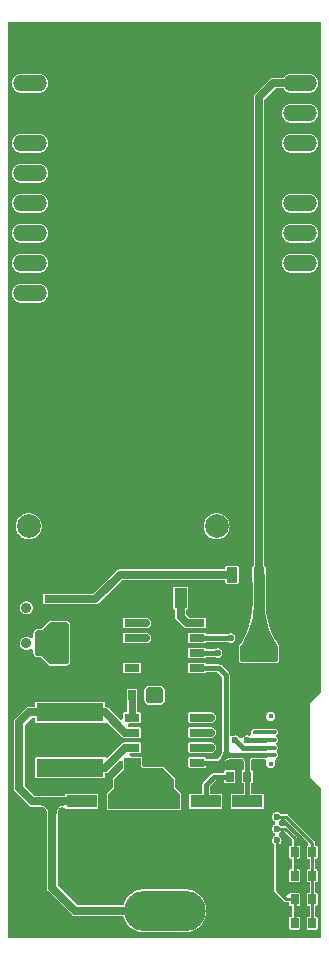
<source format=gtl>
G04 Layer_Physical_Order=1*
G04 Layer_Color=255*
%FSLAX25Y25*%
%MOIN*%
G70*
G01*
G75*
%ADD10R,0.02756X0.03543*%
%ADD11R,0.04331X0.06693*%
%ADD12R,0.10236X0.04331*%
%ADD13R,0.04331X0.02756*%
%ADD14R,0.03150X0.03937*%
%ADD15R,0.05118X0.02756*%
%ADD16R,0.09449X0.13386*%
%ADD17R,0.22441X0.06299*%
G04:AMPARAMS|DCode=18|XSize=78.74mil|YSize=15.75mil|CornerRadius=0mil|HoleSize=0mil|Usage=FLASHONLY|Rotation=180.000|XOffset=0mil|YOffset=0mil|HoleType=Round|Shape=Octagon|*
%AMOCTAGOND18*
4,1,8,-0.03937,0.00394,-0.03937,-0.00394,-0.03543,-0.00787,0.03543,-0.00787,0.03937,-0.00394,0.03937,0.00394,0.03543,0.00787,-0.03543,0.00787,-0.03937,0.00394,0.0*
%
%ADD18OCTAGOND18*%

%ADD19R,0.07480X0.09000*%
%ADD20R,0.07480X0.07087*%
G04:AMPARAMS|DCode=21|XSize=36.61mil|YSize=51.58mil|CornerRadius=2.75mil|HoleSize=0mil|Usage=FLASHONLY|Rotation=180.000|XOffset=0mil|YOffset=0mil|HoleType=Round|Shape=RoundedRectangle|*
%AMROUNDEDRECTD21*
21,1,0.03661,0.04608,0,0,180.0*
21,1,0.03112,0.05158,0,0,180.0*
1,1,0.00549,-0.01556,0.02304*
1,1,0.00549,0.01556,0.02304*
1,1,0.00549,0.01556,-0.02304*
1,1,0.00549,-0.01556,-0.02304*
%
%ADD21ROUNDEDRECTD21*%
G04:AMPARAMS|DCode=22|XSize=127.56mil|YSize=51.58mil|CornerRadius=3.87mil|HoleSize=0mil|Usage=FLASHONLY|Rotation=180.000|XOffset=0mil|YOffset=0mil|HoleType=Round|Shape=RoundedRectangle|*
%AMROUNDEDRECTD22*
21,1,0.12756,0.04384,0,0,180.0*
21,1,0.11982,0.05158,0,0,180.0*
1,1,0.00774,-0.05991,0.02192*
1,1,0.00774,0.05991,0.02192*
1,1,0.00774,0.05991,-0.02192*
1,1,0.00774,-0.05991,-0.02192*
%
%ADD22ROUNDEDRECTD22*%
%ADD23C,0.02756*%
%ADD24C,0.03543*%
%ADD25C,0.01000*%
%ADD26C,0.01575*%
%ADD27C,0.02362*%
%ADD28C,0.03543*%
%ADD29C,0.07874*%
%ADD30O,0.27087X0.13543*%
%ADD31O,0.11200X0.05600*%
%ADD32C,0.01575*%
%ADD33C,0.02362*%
G36*
X430201Y226751D02*
X426528Y223078D01*
X426385Y222892D01*
X426295Y222674D01*
X426264Y222441D01*
Y198819D01*
X426295Y198586D01*
X426385Y198368D01*
X426528Y198181D01*
X430201Y194509D01*
Y144602D01*
X325705D01*
Y449886D01*
X430201D01*
Y226751D01*
D02*
G37*
%LPC*%
G36*
X369685Y236405D02*
X364567D01*
X364413Y236375D01*
X364283Y236288D01*
X364196Y236157D01*
X364165Y236004D01*
Y233248D01*
X364196Y233094D01*
X364283Y232964D01*
X364413Y232877D01*
X364567Y232847D01*
X369685D01*
X369839Y232877D01*
X369969Y232964D01*
X370056Y233094D01*
X370087Y233248D01*
Y236004D01*
X370056Y236157D01*
X369969Y236288D01*
X369839Y236375D01*
X369685Y236405D01*
D02*
G37*
G36*
X391339Y241405D02*
X386221D01*
X386067Y241375D01*
X385937Y241288D01*
X385850Y241158D01*
X385819Y241004D01*
Y238248D01*
X385850Y238094D01*
X385937Y237964D01*
X386067Y237877D01*
X386221Y237847D01*
X391339D01*
X391492Y237877D01*
X391622Y237964D01*
X391709Y238094D01*
X391740Y238248D01*
Y238435D01*
X394638D01*
X394790Y238310D01*
X395064Y238164D01*
X395361Y238074D01*
X395669Y238044D01*
X395978Y238074D01*
X396275Y238164D01*
X396548Y238310D01*
X396788Y238507D01*
X396985Y238747D01*
X397131Y239020D01*
X397221Y239317D01*
X397252Y239626D01*
X397221Y239935D01*
X397131Y240232D01*
X396985Y240505D01*
X396788Y240745D01*
X396548Y240942D01*
X396275Y241088D01*
X395978Y241178D01*
X395669Y241208D01*
X395361Y241178D01*
X395064Y241088D01*
X394790Y240942D01*
X394638Y240817D01*
X391740D01*
Y241004D01*
X391709Y241158D01*
X391622Y241288D01*
X391492Y241375D01*
X391339Y241405D01*
D02*
G37*
G36*
X368504Y227764D02*
X365748D01*
X365594Y227733D01*
X365464Y227646D01*
X365377Y227516D01*
X365347Y227362D01*
Y223819D01*
X365377Y223665D01*
X365464Y223535D01*
X365544Y223482D01*
Y219909D01*
X364567D01*
X364413Y219879D01*
X364283Y219792D01*
X364196Y219661D01*
X364165Y219508D01*
Y217719D01*
X363165Y217305D01*
X359330Y221141D01*
X359060Y221362D01*
X358752Y221527D01*
X358418Y221628D01*
X358079Y221661D01*
Y223031D01*
X358048Y223185D01*
X357961Y223315D01*
X357831Y223402D01*
X357677Y223433D01*
X335236D01*
X335083Y223402D01*
X334952Y223315D01*
X334865Y223185D01*
X334835Y223031D01*
Y221662D01*
X332874D01*
X332874Y221662D01*
X332527Y221628D01*
X332193Y221527D01*
X331885Y221362D01*
X331615Y221141D01*
X328269Y217794D01*
X328047Y217525D01*
X327883Y217217D01*
X327782Y216883D01*
X327747Y216535D01*
X327747Y216535D01*
Y194488D01*
X327747Y194488D01*
X327782Y194141D01*
X327883Y193807D01*
X328047Y193499D01*
X328269Y193229D01*
X332599Y188899D01*
X332599Y188899D01*
X332869Y188677D01*
X333177Y188513D01*
X333511Y188411D01*
X333858Y188377D01*
X333858Y188377D01*
X336423D01*
X336895Y188352D01*
X337311Y188279D01*
X337663Y188162D01*
X337957Y188004D01*
X338199Y187805D01*
X338397Y187563D01*
X338555Y187269D01*
X338673Y186917D01*
X338746Y186502D01*
X338771Y186029D01*
Y161417D01*
X338771Y161417D01*
X338805Y161070D01*
X338907Y160736D01*
X339071Y160428D01*
X339292Y160159D01*
X346970Y152481D01*
X346970Y152481D01*
X347239Y152260D01*
X347547Y152095D01*
X347881Y151994D01*
X348228Y151960D01*
X348229Y151960D01*
X364237D01*
X364407Y151370D01*
X364715Y150626D01*
X365105Y149922D01*
X365570Y149266D01*
X366107Y148665D01*
X366707Y148129D01*
X367363Y147663D01*
X368067Y147274D01*
X368811Y146966D01*
X369584Y146743D01*
X370378Y146609D01*
X371181Y146563D01*
X384724D01*
X385528Y146609D01*
X386321Y146743D01*
X387095Y146966D01*
X387838Y147274D01*
X388543Y147663D01*
X389199Y148129D01*
X389799Y148665D01*
X390335Y149266D01*
X390801Y149922D01*
X391190Y150626D01*
X391498Y151370D01*
X391721Y152143D01*
X391856Y152937D01*
X391901Y153740D01*
X391856Y154544D01*
X391721Y155337D01*
X391498Y156110D01*
X391190Y156854D01*
X390801Y157558D01*
X390335Y158215D01*
X389799Y158815D01*
X389199Y159351D01*
X388543Y159817D01*
X387838Y160206D01*
X387095Y160514D01*
X386321Y160737D01*
X385528Y160872D01*
X384724Y160917D01*
X371181D01*
X370378Y160872D01*
X369584Y160737D01*
X368811Y160514D01*
X368067Y160206D01*
X367363Y159817D01*
X366707Y159351D01*
X366107Y158815D01*
X365570Y158215D01*
X365105Y157558D01*
X364715Y156854D01*
X364407Y156110D01*
X364237Y155520D01*
X348966D01*
X342331Y162155D01*
Y186029D01*
X342356Y186502D01*
X342429Y186917D01*
X342547Y187269D01*
X342705Y187563D01*
X342903Y187805D01*
X343146Y188004D01*
X343439Y188162D01*
X343792Y188279D01*
X343874Y188294D01*
X344874Y187992D01*
X344905Y187838D01*
X344992Y187708D01*
X345122Y187621D01*
X345276Y187591D01*
X355512D01*
X355665Y187621D01*
X355796Y187708D01*
X355883Y187838D01*
X355913Y187992D01*
Y192323D01*
X355883Y192476D01*
X355796Y192607D01*
X355665Y192694D01*
X355512Y192724D01*
X345276D01*
X345122Y192694D01*
X344992Y192607D01*
X344905Y192476D01*
X344874Y192323D01*
Y191938D01*
X334596D01*
X331308Y195226D01*
Y215798D01*
X333611Y218102D01*
X334835D01*
Y216732D01*
X334865Y216579D01*
X334952Y216448D01*
X335083Y216361D01*
X335236Y216331D01*
X357677D01*
X357831Y216361D01*
X357961Y216448D01*
X358699Y216462D01*
X359033Y216403D01*
X363564Y211871D01*
X363564Y211871D01*
X363834Y211650D01*
X364142Y211485D01*
X364354Y211421D01*
X364413Y211381D01*
X364567Y211351D01*
X364814D01*
X364823Y211350D01*
X364823Y211350D01*
X367126D01*
X367135Y211351D01*
X369685D01*
X369839Y211381D01*
X369969Y211468D01*
X370056Y211598D01*
X370087Y211752D01*
Y214508D01*
X370056Y214662D01*
X369969Y214792D01*
X369839Y214879D01*
X369685Y214909D01*
X367135D01*
X367126Y214910D01*
X365986D01*
X365653Y215351D01*
X366150Y216351D01*
X369685D01*
X369839Y216381D01*
X369969Y216468D01*
X370056Y216598D01*
X370087Y216752D01*
Y219508D01*
X370056Y219661D01*
X369969Y219792D01*
X369839Y219879D01*
X369685Y219909D01*
X368708D01*
Y223482D01*
X368788Y223535D01*
X368875Y223665D01*
X368905Y223819D01*
Y227362D01*
X368875Y227516D01*
X368788Y227646D01*
X368657Y227733D01*
X368504Y227764D01*
D02*
G37*
G36*
X376687Y228748D02*
X372526D01*
X372372Y228717D01*
X372227Y228657D01*
X372097Y228570D01*
X371430Y227903D01*
X371343Y227773D01*
X371283Y227628D01*
X371252Y227474D01*
Y223707D01*
X371283Y223553D01*
X371343Y223409D01*
X371430Y223278D01*
X372097Y222611D01*
X372227Y222524D01*
X372372Y222464D01*
X372526Y222433D01*
X376687D01*
X376840Y222464D01*
X376985Y222524D01*
X377115Y222611D01*
X377783Y223278D01*
X377870Y223409D01*
X377930Y223553D01*
X377960Y223707D01*
Y227474D01*
X377930Y227628D01*
X377870Y227773D01*
X377783Y227903D01*
X377115Y228570D01*
X376985Y228657D01*
X376840Y228717D01*
X376794Y228727D01*
X376687Y228748D01*
D02*
G37*
G36*
X345191Y250401D02*
X339848D01*
X339695Y250371D01*
X339550Y250311D01*
X339420Y250224D01*
X336842Y247645D01*
X335518D01*
X335364Y247615D01*
X335220Y247555D01*
X335089Y247468D01*
X334422Y246800D01*
X334335Y246670D01*
X334275Y246526D01*
X334244Y246372D01*
Y245046D01*
X333911Y244784D01*
X333244Y244613D01*
X333133Y244704D01*
X333099Y244723D01*
X333099Y244723D01*
X333099Y244723D01*
X333068Y244748D01*
X332760Y244912D01*
X332722Y244924D01*
X332687Y244942D01*
X332354Y245043D01*
X332314Y245047D01*
X332314Y245047D01*
X332276Y245059D01*
X331929Y245093D01*
X331890Y245089D01*
X331890D01*
X331850Y245093D01*
X331503Y245059D01*
X331465Y245047D01*
X331465Y245047D01*
X331426Y245043D01*
X331092Y244942D01*
X331057Y244924D01*
X331019Y244912D01*
X330712Y244748D01*
X330681Y244723D01*
X330681Y244723D01*
X330681Y244723D01*
X330646Y244704D01*
X330376Y244482D01*
X330351Y244452D01*
X330321Y244427D01*
X330099Y244157D01*
X330081Y244122D01*
X330081Y244122D01*
X330081Y244122D01*
X330055Y244092D01*
X329891Y243784D01*
X329880Y243746D01*
X329861Y243711D01*
X329760Y243377D01*
X329756Y243338D01*
X329756Y243338D01*
X329744Y243300D01*
X329710Y242953D01*
X329712Y242933D01*
X329708Y242913D01*
X329712Y242894D01*
X329710Y242874D01*
X329744Y242527D01*
X329756Y242489D01*
X329756Y242489D01*
X329760Y242450D01*
X329861Y242116D01*
X329880Y242081D01*
X329891Y242043D01*
X330055Y241735D01*
X330081Y241705D01*
X330081Y241705D01*
X330081Y241705D01*
X330099Y241670D01*
X330321Y241400D01*
X330351Y241375D01*
X330376Y241344D01*
X330646Y241123D01*
X330681Y241104D01*
X330681Y241104D01*
X330681Y241104D01*
X330712Y241079D01*
X331019Y240915D01*
X331057Y240903D01*
X331092Y240884D01*
X331426Y240783D01*
X331465Y240779D01*
X331465Y240779D01*
X331503Y240768D01*
X331850Y240734D01*
X331890Y240738D01*
X331890D01*
X331929Y240734D01*
X332276Y240768D01*
X332314Y240779D01*
X332314Y240779D01*
X332354Y240783D01*
X332687Y240884D01*
X332722Y240903D01*
X332760Y240915D01*
X333068Y241079D01*
X333099Y241104D01*
X333099Y241104D01*
X333099Y241104D01*
X333133Y241123D01*
X333244Y241214D01*
X333911Y241043D01*
X334244Y240781D01*
X334244Y239455D01*
X334275Y239301D01*
X334335Y239157D01*
X334422Y239026D01*
X335089Y238359D01*
X335138Y238326D01*
X335220Y238272D01*
X335364Y238212D01*
X335434Y238198D01*
X335518Y238181D01*
X336842D01*
X336849Y238174D01*
X336849Y238174D01*
X339420Y235603D01*
X339550Y235516D01*
X339695Y235456D01*
X339848Y235425D01*
X345191D01*
X345344Y235456D01*
X345489Y235516D01*
X345619Y235603D01*
X346287Y236270D01*
X346374Y236401D01*
X346434Y236545D01*
X346464Y236699D01*
Y249128D01*
X346434Y249282D01*
X346374Y249426D01*
X346287Y249556D01*
X345619Y250224D01*
X345489Y250311D01*
X345344Y250371D01*
X345298Y250380D01*
X345191Y250401D01*
D02*
G37*
G36*
X385433Y261622D02*
X381102D01*
X380949Y261591D01*
X380819Y261504D01*
X380732Y261374D01*
X380701Y261221D01*
Y254528D01*
X380732Y254374D01*
X380819Y254244D01*
X380949Y254157D01*
X381102Y254126D01*
X381487D01*
Y251772D01*
X381487Y251772D01*
X381522Y251424D01*
X381623Y251090D01*
X381787Y250783D01*
X382009Y250513D01*
X384155Y248367D01*
X384155Y248367D01*
X384424Y248146D01*
X384732Y247981D01*
X385066Y247880D01*
X385413Y247846D01*
X385414Y247846D01*
X388779D01*
X388788Y247847D01*
X391339D01*
X391492Y247877D01*
X391622Y247964D01*
X391709Y248094D01*
X391740Y248248D01*
Y251004D01*
X391709Y251157D01*
X391622Y251288D01*
X391492Y251375D01*
X391339Y251405D01*
X388788D01*
X388779Y251406D01*
X386151D01*
X385048Y252509D01*
Y254126D01*
X385433D01*
X385587Y254157D01*
X385717Y254244D01*
X385804Y254374D01*
X385835Y254528D01*
Y261221D01*
X385804Y261374D01*
X385717Y261504D01*
X385587Y261591D01*
X385433Y261622D01*
D02*
G37*
G36*
X371654Y246406D02*
X367126D01*
X367117Y246405D01*
X364567D01*
X364413Y246375D01*
X364283Y246288D01*
X364196Y246158D01*
X364165Y246004D01*
Y243248D01*
X364196Y243094D01*
X364283Y242964D01*
X364413Y242877D01*
X364567Y242847D01*
X367117D01*
X367126Y242846D01*
X371654D01*
X372001Y242880D01*
X372335Y242981D01*
X372643Y243146D01*
X372912Y243367D01*
X373134Y243637D01*
X373298Y243945D01*
X373399Y244279D01*
X373434Y244626D01*
X373399Y244973D01*
X373298Y245307D01*
X373134Y245615D01*
X372912Y245885D01*
X372643Y246106D01*
X372335Y246271D01*
X372001Y246372D01*
X371654Y246406D01*
D02*
G37*
G36*
X391339Y246405D02*
X386221D01*
X386067Y246375D01*
X385937Y246288D01*
X385850Y246158D01*
X385819Y246004D01*
Y243248D01*
X385850Y243094D01*
X385937Y242964D01*
X386067Y242877D01*
X386221Y242847D01*
X391339D01*
X391492Y242877D01*
X391622Y242964D01*
X391709Y243094D01*
X391740Y243248D01*
Y243435D01*
X398969D01*
X399121Y243310D01*
X399394Y243164D01*
X399691Y243074D01*
X400000Y243044D01*
X400309Y243074D01*
X400606Y243164D01*
X400879Y243310D01*
X401119Y243507D01*
X401316Y243747D01*
X401462Y244020D01*
X401552Y244317D01*
X401582Y244626D01*
X401552Y244935D01*
X401462Y245232D01*
X401316Y245505D01*
X401119Y245745D01*
X400879Y245942D01*
X400606Y246088D01*
X400309Y246178D01*
X400000Y246208D01*
X399691Y246178D01*
X399394Y246088D01*
X399121Y245942D01*
X398969Y245817D01*
X391740D01*
Y246004D01*
X391709Y246158D01*
X391622Y246288D01*
X391492Y246375D01*
X391339Y246405D01*
D02*
G37*
G36*
Y236405D02*
X386221D01*
X386067Y236375D01*
X385937Y236288D01*
X385850Y236157D01*
X385819Y236004D01*
Y233248D01*
X385850Y233094D01*
X385937Y232964D01*
X386067Y232877D01*
X386221Y232847D01*
X391339D01*
X391492Y232877D01*
X391622Y232964D01*
X391709Y233094D01*
X391740Y233248D01*
Y233435D01*
X395589D01*
X397234Y231790D01*
Y207351D01*
X397226Y207132D01*
X397196Y206861D01*
X397146Y206601D01*
X397077Y206349D01*
X396988Y206107D01*
X396880Y205873D01*
X396751Y205646D01*
X396602Y205427D01*
X396432Y205214D01*
X396282Y205054D01*
X395550Y204321D01*
X391740D01*
Y204508D01*
X391709Y204661D01*
X391622Y204792D01*
X391492Y204879D01*
X391339Y204909D01*
X386221D01*
X386067Y204879D01*
X385937Y204792D01*
X385850Y204661D01*
X385819Y204508D01*
Y201752D01*
X385850Y201598D01*
X385937Y201468D01*
X386067Y201381D01*
X386221Y201351D01*
X391339D01*
X391492Y201381D01*
X391622Y201468D01*
X391709Y201598D01*
X391740Y201752D01*
Y201939D01*
X396043D01*
X396352Y201979D01*
X396639Y202098D01*
X396886Y202288D01*
X397967Y203369D01*
X398128Y203518D01*
X398340Y203689D01*
X398560Y203838D01*
X398786Y203966D01*
X399020Y204075D01*
X399263Y204164D01*
X399514Y204233D01*
X399775Y204283D01*
X400045Y204313D01*
X400264Y204321D01*
X403186D01*
X403403Y204309D01*
X403618Y204271D01*
X403793Y204213D01*
X403933Y204137D01*
X404045Y204046D01*
X404137Y203933D01*
X404213Y203793D01*
X404271Y203618D01*
X404309Y203403D01*
X404320Y203186D01*
Y200598D01*
X404134D01*
X403980Y200568D01*
X403850Y200481D01*
X403763Y200350D01*
X403732Y200197D01*
Y196653D01*
X403763Y196500D01*
X403850Y196370D01*
X403980Y196283D01*
X404134Y196252D01*
X404320D01*
Y192724D01*
X400394D01*
X400240Y192694D01*
X400110Y192607D01*
X400023Y192476D01*
X399992Y192323D01*
Y187992D01*
X400023Y187838D01*
X400110Y187708D01*
X400240Y187621D01*
X400394Y187591D01*
X410630D01*
X410783Y187621D01*
X410914Y187708D01*
X411001Y187838D01*
X411031Y187992D01*
Y192323D01*
X411001Y192476D01*
X410914Y192607D01*
X410783Y192694D01*
X410630Y192724D01*
X406703D01*
Y196252D01*
X406890D01*
X407043Y196283D01*
X407174Y196370D01*
X407261Y196500D01*
X407291Y196653D01*
Y200197D01*
X407261Y200350D01*
X407174Y200481D01*
X407043Y200568D01*
X406890Y200598D01*
X406703D01*
Y203186D01*
X406714Y203403D01*
X406752Y203618D01*
X406811Y203793D01*
X406886Y203933D01*
X406978Y204045D01*
X407091Y204137D01*
X407231Y204213D01*
X407406Y204271D01*
X407620Y204309D01*
X407837Y204321D01*
X410923D01*
X410964Y204315D01*
X411006Y204321D01*
X411260D01*
X411279Y204323D01*
X411342D01*
X411649Y203972D01*
X411903Y203323D01*
X411850Y203197D01*
X411840Y203146D01*
X411823Y203096D01*
X411785Y202808D01*
X411787Y202782D01*
X411782Y202756D01*
X411787Y202730D01*
X411785Y202703D01*
X411823Y202416D01*
X411840Y202366D01*
X411850Y202314D01*
X411962Y202046D01*
X411991Y202003D01*
X412014Y201956D01*
X412191Y201725D01*
X412230Y201691D01*
X412265Y201651D01*
X412495Y201474D01*
X412542Y201451D01*
X412586Y201422D01*
X412854Y201311D01*
X412905Y201301D01*
X412955Y201284D01*
X413243Y201246D01*
X413295Y201250D01*
X413348Y201246D01*
X413635Y201284D01*
X413685Y201301D01*
X413737Y201311D01*
X414005Y201422D01*
X414048Y201451D01*
X414096Y201474D01*
X414326Y201651D01*
X414361Y201691D01*
X414400Y201725D01*
X414577Y201956D01*
X414600Y202003D01*
X414629Y202046D01*
X414740Y202314D01*
X414750Y202366D01*
X414767Y202416D01*
X414805Y202703D01*
X414803Y202730D01*
X414809Y202756D01*
X414803Y202782D01*
X414805Y202808D01*
X414767Y203096D01*
X414750Y203146D01*
X414740Y203197D01*
X414688Y203323D01*
X414724Y203635D01*
X414815Y203917D01*
X414892Y204103D01*
X415087Y204440D01*
X415116Y204470D01*
X415481Y204834D01*
X415568Y204964D01*
X415598Y205118D01*
X415598Y205906D01*
X415598Y205906D01*
X415568Y206059D01*
X415451Y206435D01*
X415420Y206791D01*
X415451Y207148D01*
X415568Y207524D01*
X415598Y207677D01*
X415598Y207677D01*
X415598Y208465D01*
X415568Y208618D01*
X415481Y208748D01*
X415188Y209350D01*
X415481Y209952D01*
X415568Y210083D01*
X415598Y210236D01*
Y211024D01*
X415568Y211177D01*
X415495Y211287D01*
X415469Y211339D01*
X415256Y211910D01*
X415469Y212480D01*
X415495Y212532D01*
X415568Y212642D01*
X415598Y212795D01*
Y213583D01*
X415568Y213736D01*
X415481Y213866D01*
X415087Y214260D01*
X414957Y214347D01*
X414803Y214378D01*
X407717D01*
X407563Y214347D01*
X407433Y214260D01*
X407039Y213866D01*
X406952Y213736D01*
X406921Y213583D01*
Y212821D01*
X406921Y212795D01*
X406879Y212686D01*
X406657Y212447D01*
X406120Y212091D01*
X406117Y212092D01*
X405821Y212182D01*
X405512Y212212D01*
X405203Y212182D01*
X404906Y212092D01*
X404633Y211946D01*
X404393Y211749D01*
X404196Y211509D01*
X404070Y211274D01*
X403922Y211235D01*
X403165D01*
X403016Y211274D01*
X402890Y211509D01*
X402694Y211749D01*
X402454Y211946D01*
X402180Y212092D01*
X401884Y212182D01*
X401575Y212212D01*
X401266Y212182D01*
X400969Y212092D01*
X400696Y211946D01*
X400617Y211881D01*
X400025Y212033D01*
X399617Y212302D01*
Y232283D01*
X399576Y232592D01*
X399457Y232879D01*
X399268Y233126D01*
X396925Y235468D01*
X396678Y235658D01*
X396391Y235777D01*
X396083Y235817D01*
X391740D01*
Y236004D01*
X391709Y236157D01*
X391622Y236288D01*
X391492Y236375D01*
X391339Y236405D01*
D02*
G37*
G36*
X364823Y209910D02*
X364814Y209909D01*
X364567D01*
X364413Y209879D01*
X364354Y209839D01*
X364142Y209775D01*
X363834Y209610D01*
X363564Y209389D01*
X363564Y209389D01*
X359033Y204857D01*
X358699Y204798D01*
X357961Y204811D01*
X357831Y204898D01*
X357677Y204929D01*
X335236D01*
X335083Y204898D01*
X334952Y204811D01*
X334865Y204681D01*
X334835Y204527D01*
Y198228D01*
X334865Y198075D01*
X334952Y197944D01*
X335083Y197857D01*
X335236Y197827D01*
X357677D01*
X357831Y197857D01*
X357961Y197944D01*
X358048Y198075D01*
X358079Y198228D01*
Y199599D01*
X358418Y199632D01*
X358752Y199733D01*
X359060Y199898D01*
X359330Y200119D01*
X363165Y203955D01*
X364165Y203541D01*
X364165Y201347D01*
X364158Y201340D01*
X364158Y201340D01*
X360800Y197982D01*
X360713Y197851D01*
X360653Y197707D01*
X360622Y197553D01*
X360622Y194654D01*
X360615Y194647D01*
X360615Y194647D01*
X358831Y192863D01*
X358744Y192733D01*
X358684Y192588D01*
X358654Y192435D01*
Y187880D01*
X358684Y187726D01*
X358709Y187666D01*
X358796Y187536D01*
X358926Y187449D01*
X358986Y187424D01*
X359140Y187394D01*
X382986D01*
X383140Y187424D01*
X383200Y187449D01*
X383330Y187536D01*
X383417Y187666D01*
X383442Y187726D01*
X383472Y187880D01*
Y192435D01*
X383442Y192589D01*
X383382Y192733D01*
X383295Y192864D01*
X381504Y194655D01*
X381504Y197553D01*
X381473Y197707D01*
X381413Y197851D01*
X381326Y197982D01*
X380599Y198709D01*
X378630Y200677D01*
X377903Y201405D01*
X377773Y201492D01*
X377628Y201552D01*
X377474Y201583D01*
X371215D01*
X370480Y202145D01*
Y204640D01*
X370450Y204793D01*
X370425Y204853D01*
X370338Y204983D01*
X370208Y205070D01*
X370148Y205095D01*
X369994Y205126D01*
X366711D01*
X366176Y206126D01*
X366326Y206350D01*
X367126D01*
X367135Y206351D01*
X369685D01*
X369839Y206381D01*
X369969Y206468D01*
X370056Y206598D01*
X370087Y206752D01*
Y209508D01*
X370056Y209662D01*
X369969Y209792D01*
X369839Y209879D01*
X369685Y209909D01*
X367135D01*
X367126Y209910D01*
X364823D01*
X364823Y209910D01*
D02*
G37*
G36*
X415354Y186622D02*
X415046Y186591D01*
X414749Y186501D01*
X414475Y186355D01*
X414235Y186158D01*
X414039Y185918D01*
X413892Y185645D01*
X413802Y185348D01*
X413772Y185039D01*
X413802Y184731D01*
X413892Y184434D01*
X414039Y184160D01*
X414235Y183920D01*
X414475Y183724D01*
X414711Y183598D01*
X414749Y183449D01*
Y182692D01*
X414711Y182544D01*
X414475Y182418D01*
X414235Y182221D01*
X414039Y181982D01*
X413892Y181708D01*
X413802Y181411D01*
X413772Y181102D01*
X413802Y180794D01*
X413892Y180497D01*
X414039Y180223D01*
X414235Y179983D01*
X414475Y179787D01*
X414711Y179661D01*
X414749Y179512D01*
Y178755D01*
X414711Y178607D01*
X414475Y178481D01*
X414235Y178284D01*
X414039Y178044D01*
X413892Y177771D01*
X413802Y177474D01*
X413772Y177165D01*
X413802Y176857D01*
X413892Y176560D01*
X414039Y176286D01*
X414235Y176046D01*
X414453Y175868D01*
Y160630D01*
X414484Y160397D01*
X414574Y160179D01*
X414717Y159993D01*
X417867Y156843D01*
X418053Y156700D01*
X418271Y156610D01*
X418504Y156579D01*
X419481D01*
Y155709D01*
X419511Y155555D01*
X419598Y155425D01*
X419728Y155338D01*
X419882Y155307D01*
X420358D01*
Y151779D01*
X419882D01*
X419728Y151749D01*
X419598Y151662D01*
X419511Y151532D01*
X419481Y151378D01*
Y147835D01*
X419511Y147681D01*
X419598Y147551D01*
X419728Y147464D01*
X419882Y147433D01*
X422638D01*
X422791Y147464D01*
X422922Y147551D01*
X423009Y147681D01*
X423039Y147835D01*
Y151378D01*
X423009Y151532D01*
X422922Y151662D01*
X422791Y151749D01*
X422638Y151779D01*
X422161D01*
Y155307D01*
X422638D01*
X422791Y155338D01*
X422922Y155425D01*
X423009Y155555D01*
X423039Y155709D01*
Y159252D01*
X423009Y159406D01*
X422922Y159536D01*
X422791Y159623D01*
X422638Y159653D01*
X419882D01*
X419728Y159623D01*
X419598Y159536D01*
X419511Y159406D01*
X419481Y159252D01*
Y159193D01*
X418480Y158779D01*
X416256Y161003D01*
Y175868D01*
X416473Y176046D01*
X416670Y176286D01*
X416816Y176560D01*
X416906Y176857D01*
X416937Y177165D01*
X416906Y177474D01*
X416816Y177771D01*
X416670Y178044D01*
X416473Y178284D01*
X416233Y178481D01*
X416107Y178549D01*
X416007Y179534D01*
X416380Y179907D01*
X416473Y179983D01*
X416548Y180075D01*
X416675Y180201D01*
X417737D01*
X420358Y177579D01*
Y175401D01*
X419882D01*
X419728Y175371D01*
X419598Y175284D01*
X419511Y175154D01*
X419481Y175000D01*
Y171457D01*
X419511Y171303D01*
X419598Y171173D01*
X419728Y171086D01*
X419882Y171055D01*
X420358D01*
Y167527D01*
X419882D01*
X419728Y167497D01*
X419598Y167410D01*
X419511Y167280D01*
X419481Y167126D01*
Y163583D01*
X419511Y163429D01*
X419598Y163299D01*
X419728Y163212D01*
X419882Y163181D01*
X422638D01*
X422791Y163212D01*
X422922Y163299D01*
X423009Y163429D01*
X423039Y163583D01*
Y167126D01*
X423009Y167280D01*
X422922Y167410D01*
X422791Y167497D01*
X422638Y167527D01*
X422161D01*
Y171055D01*
X422638D01*
X422791Y171086D01*
X422922Y171173D01*
X423009Y171303D01*
X423039Y171457D01*
Y175000D01*
X423009Y175154D01*
X422922Y175284D01*
X422791Y175371D01*
X422638Y175401D01*
X422161D01*
Y177953D01*
X422130Y178186D01*
X422041Y178403D01*
X421897Y178590D01*
X418748Y181740D01*
X418561Y181883D01*
X418434Y181936D01*
X418343Y181973D01*
X418110Y182004D01*
X416652D01*
X416473Y182221D01*
X416233Y182418D01*
X416107Y182486D01*
X416007Y183471D01*
X416380Y183844D01*
X416473Y183920D01*
X416548Y184012D01*
X416675Y184138D01*
X418131D01*
X425867Y176401D01*
X425830Y175937D01*
X425696Y175549D01*
X425544Y175311D01*
X425504Y175284D01*
X425417Y175154D01*
X425386Y175000D01*
Y171457D01*
X425417Y171303D01*
X425504Y171173D01*
X425634Y171086D01*
X425787Y171055D01*
X426264D01*
Y167527D01*
X425787D01*
X425634Y167497D01*
X425503Y167410D01*
X425417Y167280D01*
X425386Y167126D01*
Y163583D01*
X425417Y163429D01*
X425503Y163299D01*
X425634Y163212D01*
X425787Y163181D01*
X426264D01*
Y159653D01*
X425787D01*
X425634Y159623D01*
X425504Y159536D01*
X425417Y159406D01*
X425386Y159252D01*
Y155709D01*
X425417Y155555D01*
X425504Y155425D01*
X425634Y155338D01*
X425787Y155307D01*
X426264D01*
Y151779D01*
X425787D01*
X425634Y151749D01*
X425503Y151662D01*
X425417Y151532D01*
X425386Y151378D01*
Y147835D01*
X425417Y147681D01*
X425503Y147551D01*
X425634Y147464D01*
X425787Y147433D01*
X428543D01*
X428697Y147464D01*
X428827Y147551D01*
X428914Y147681D01*
X428945Y147835D01*
Y151378D01*
X428914Y151532D01*
X428827Y151662D01*
X428697Y151749D01*
X428543Y151779D01*
X428067D01*
Y155307D01*
X428543D01*
X428697Y155338D01*
X428827Y155425D01*
X428914Y155555D01*
X428945Y155709D01*
Y159252D01*
X428914Y159406D01*
X428827Y159536D01*
X428697Y159623D01*
X428543Y159653D01*
X428067D01*
Y163181D01*
X428543D01*
X428697Y163212D01*
X428827Y163299D01*
X428914Y163429D01*
X428945Y163583D01*
Y167126D01*
X428914Y167280D01*
X428827Y167410D01*
X428697Y167497D01*
X428543Y167527D01*
X428067D01*
Y171055D01*
X428543D01*
X428697Y171086D01*
X428827Y171173D01*
X428914Y171303D01*
X428945Y171457D01*
Y175000D01*
X428914Y175154D01*
X428827Y175284D01*
X428697Y175371D01*
X428543Y175401D01*
X428067D01*
Y176378D01*
X428036Y176611D01*
X427946Y176829D01*
X427803Y177015D01*
X419141Y185677D01*
X418955Y185820D01*
X418827Y185873D01*
X418737Y185910D01*
X418504Y185941D01*
X416652D01*
X416473Y186158D01*
X416233Y186355D01*
X415960Y186501D01*
X415663Y186591D01*
X415354Y186622D01*
D02*
G37*
G36*
X400984Y200598D02*
X398228D01*
X398075Y200568D01*
X397944Y200481D01*
X397857Y200350D01*
X397827Y200197D01*
Y199617D01*
X394488D01*
X394180Y199576D01*
X393893Y199457D01*
X393646Y199268D01*
X390890Y196512D01*
X390701Y196265D01*
X390582Y195978D01*
X390541Y195669D01*
Y192724D01*
X386614D01*
X386461Y192694D01*
X386330Y192607D01*
X386243Y192476D01*
X386213Y192323D01*
Y187992D01*
X386243Y187838D01*
X386330Y187708D01*
X386461Y187621D01*
X386614Y187591D01*
X396850D01*
X397004Y187621D01*
X397134Y187708D01*
X397221Y187838D01*
X397252Y187992D01*
Y192323D01*
X397221Y192476D01*
X397134Y192607D01*
X397004Y192694D01*
X396850Y192724D01*
X392924D01*
Y195176D01*
X394982Y197234D01*
X397827D01*
Y196653D01*
X397857Y196500D01*
X397944Y196370D01*
X398075Y196283D01*
X398228Y196252D01*
X400984D01*
X401138Y196283D01*
X401268Y196370D01*
X401355Y196500D01*
X401386Y196653D01*
Y200197D01*
X401355Y200350D01*
X401268Y200481D01*
X401138Y200568D01*
X400984Y200598D01*
D02*
G37*
G36*
X393307Y219910D02*
X388779D01*
X388771Y219909D01*
X386221D01*
X386067Y219879D01*
X385937Y219792D01*
X385850Y219661D01*
X385819Y219508D01*
Y216752D01*
X385850Y216598D01*
X385937Y216468D01*
X386067Y216381D01*
X386221Y216351D01*
X388771D01*
X388779Y216350D01*
X393307D01*
X393654Y216384D01*
X393988Y216485D01*
X394296Y216650D01*
X394566Y216871D01*
X394787Y217141D01*
X394952Y217449D01*
X395053Y217783D01*
X395087Y218130D01*
X395053Y218477D01*
X394952Y218811D01*
X394787Y219119D01*
X394566Y219389D01*
X394296Y219610D01*
X393988Y219775D01*
X393654Y219876D01*
X393307Y219910D01*
D02*
G37*
G36*
X413243Y220014D02*
X412955Y219976D01*
X412905Y219959D01*
X412854Y219949D01*
X412586Y219838D01*
X412542Y219809D01*
X412495Y219785D01*
X412265Y219609D01*
X412230Y219569D01*
X412191Y219534D01*
X412014Y219304D01*
X411991Y219257D01*
X411962Y219214D01*
X411850Y218945D01*
X411840Y218894D01*
X411823Y218844D01*
X411785Y218556D01*
X411787Y218530D01*
X411782Y218504D01*
X411787Y218478D01*
X411785Y218451D01*
X411823Y218164D01*
X411840Y218114D01*
X411850Y218063D01*
X411962Y217794D01*
X411991Y217751D01*
X412014Y217704D01*
X412191Y217473D01*
X412230Y217439D01*
X412265Y217399D01*
X412495Y217223D01*
X412542Y217199D01*
X412586Y217170D01*
X412854Y217059D01*
X412905Y217049D01*
X412955Y217032D01*
X413243Y216994D01*
X413295Y216998D01*
X413348Y216994D01*
X413635Y217032D01*
X413685Y217049D01*
X413737Y217059D01*
X414005Y217170D01*
X414048Y217199D01*
X414096Y217223D01*
X414326Y217399D01*
X414361Y217439D01*
X414400Y217473D01*
X414577Y217704D01*
X414600Y217751D01*
X414629Y217794D01*
X414740Y218063D01*
X414750Y218114D01*
X414767Y218164D01*
X414805Y218451D01*
X414803Y218478D01*
X414809Y218504D01*
X414803Y218530D01*
X414805Y218556D01*
X414767Y218844D01*
X414750Y218894D01*
X414740Y218945D01*
X414629Y219214D01*
X414600Y219257D01*
X414577Y219304D01*
X414400Y219534D01*
X414361Y219569D01*
X414326Y219609D01*
X414096Y219785D01*
X414048Y219809D01*
X414005Y219838D01*
X413737Y219949D01*
X413685Y219959D01*
X413635Y219976D01*
X413348Y220014D01*
X413295Y220010D01*
X413243Y220014D01*
D02*
G37*
G36*
X393307Y209910D02*
X388779D01*
X388771Y209909D01*
X386221D01*
X386067Y209879D01*
X385937Y209792D01*
X385850Y209662D01*
X385819Y209508D01*
Y206752D01*
X385850Y206598D01*
X385937Y206468D01*
X386067Y206381D01*
X386221Y206351D01*
X388771D01*
X388779Y206350D01*
X393307D01*
X393654Y206384D01*
X393988Y206485D01*
X394296Y206650D01*
X394566Y206871D01*
X394787Y207141D01*
X394952Y207449D01*
X395053Y207783D01*
X395087Y208130D01*
X395053Y208477D01*
X394952Y208811D01*
X394787Y209119D01*
X394566Y209389D01*
X394296Y209610D01*
X393988Y209775D01*
X393654Y209876D01*
X393307Y209910D01*
D02*
G37*
G36*
Y214910D02*
X388779D01*
X388771Y214909D01*
X386221D01*
X386067Y214879D01*
X385937Y214792D01*
X385850Y214662D01*
X385819Y214508D01*
Y211752D01*
X385850Y211598D01*
X385937Y211468D01*
X386067Y211381D01*
X386221Y211351D01*
X388771D01*
X388779Y211350D01*
X393307D01*
X393654Y211384D01*
X393988Y211485D01*
X394296Y211650D01*
X394566Y211871D01*
X394787Y212141D01*
X394952Y212449D01*
X395053Y212783D01*
X395087Y213130D01*
X395053Y213477D01*
X394952Y213811D01*
X394787Y214119D01*
X394566Y214389D01*
X394296Y214610D01*
X393988Y214775D01*
X393654Y214876D01*
X393307Y214910D01*
D02*
G37*
G36*
X371654Y251406D02*
X367126D01*
X367117Y251405D01*
X364567D01*
X364413Y251375D01*
X364283Y251288D01*
X364196Y251157D01*
X364165Y251004D01*
Y248248D01*
X364196Y248094D01*
X364283Y247964D01*
X364413Y247877D01*
X364567Y247847D01*
X367117D01*
X367126Y247846D01*
X371654D01*
X372001Y247880D01*
X372335Y247981D01*
X372643Y248146D01*
X372912Y248367D01*
X373134Y248637D01*
X373298Y248945D01*
X373399Y249279D01*
X373434Y249626D01*
X373399Y249973D01*
X373298Y250307D01*
X373134Y250615D01*
X372912Y250885D01*
X372643Y251106D01*
X372335Y251271D01*
X372001Y251372D01*
X371654Y251406D01*
D02*
G37*
G36*
X425894Y392798D02*
X420295D01*
X419793Y392759D01*
X419305Y392641D01*
X418840Y392449D01*
X418411Y392186D01*
X418029Y391860D01*
X417703Y391477D01*
X417440Y391049D01*
X417248Y390584D01*
X417130Y390096D01*
X417091Y389595D01*
X417130Y389093D01*
X417248Y388604D01*
X417440Y388140D01*
X417703Y387712D01*
X418029Y387329D01*
X418411Y387003D01*
X418840Y386740D01*
X419305Y386548D01*
X419793Y386430D01*
X420295Y386391D01*
X425894D01*
X426396Y386430D01*
X426885Y386548D01*
X427349Y386740D01*
X427777Y387003D01*
X428160Y387329D01*
X428486Y387712D01*
X428749Y388140D01*
X428941Y388604D01*
X429059Y389093D01*
X429098Y389595D01*
X429059Y390096D01*
X428941Y390584D01*
X428749Y391049D01*
X428486Y391477D01*
X428160Y391860D01*
X427777Y392186D01*
X427349Y392449D01*
X426885Y392641D01*
X426396Y392759D01*
X425894Y392798D01*
D02*
G37*
G36*
X335894Y402798D02*
X330294D01*
X329793Y402759D01*
X329305Y402641D01*
X328840Y402449D01*
X328412Y402186D01*
X328029Y401860D01*
X327703Y401477D01*
X327440Y401049D01*
X327248Y400585D01*
X327130Y400096D01*
X327091Y399594D01*
X327130Y399093D01*
X327248Y398604D01*
X327440Y398140D01*
X327703Y397711D01*
X328029Y397329D01*
X328412Y397003D01*
X328840Y396740D01*
X329305Y396548D01*
X329793Y396430D01*
X330294Y396391D01*
X335894D01*
X336396Y396430D01*
X336884Y396548D01*
X337349Y396740D01*
X337777Y397003D01*
X338160Y397329D01*
X338486Y397711D01*
X338749Y398140D01*
X338941Y398604D01*
X339059Y399093D01*
X339098Y399594D01*
X339059Y400096D01*
X338941Y400585D01*
X338749Y401049D01*
X338486Y401477D01*
X338160Y401860D01*
X337777Y402186D01*
X337349Y402449D01*
X336884Y402641D01*
X336396Y402759D01*
X335894Y402798D01*
D02*
G37*
G36*
Y392798D02*
X330294D01*
X329793Y392759D01*
X329305Y392641D01*
X328840Y392449D01*
X328412Y392186D01*
X328029Y391860D01*
X327703Y391477D01*
X327440Y391049D01*
X327248Y390584D01*
X327130Y390096D01*
X327091Y389595D01*
X327130Y389093D01*
X327248Y388604D01*
X327440Y388140D01*
X327703Y387712D01*
X328029Y387329D01*
X328412Y387003D01*
X328840Y386740D01*
X329305Y386548D01*
X329793Y386430D01*
X330294Y386391D01*
X335894D01*
X336396Y386430D01*
X336884Y386548D01*
X337349Y386740D01*
X337777Y387003D01*
X338160Y387329D01*
X338486Y387712D01*
X338749Y388140D01*
X338941Y388604D01*
X339059Y389093D01*
X339098Y389595D01*
X339059Y390096D01*
X338941Y390584D01*
X338749Y391049D01*
X338486Y391477D01*
X338160Y391860D01*
X337777Y392186D01*
X337349Y392449D01*
X336884Y392641D01*
X336396Y392759D01*
X335894Y392798D01*
D02*
G37*
G36*
Y382798D02*
X330294D01*
X329793Y382759D01*
X329305Y382641D01*
X328840Y382449D01*
X328412Y382186D01*
X328029Y381860D01*
X327703Y381477D01*
X327440Y381049D01*
X327248Y380585D01*
X327130Y380096D01*
X327091Y379594D01*
X327130Y379093D01*
X327248Y378605D01*
X327440Y378140D01*
X327703Y377712D01*
X328029Y377329D01*
X328412Y377003D01*
X328840Y376740D01*
X329305Y376548D01*
X329793Y376430D01*
X330294Y376391D01*
X335894D01*
X336396Y376430D01*
X336884Y376548D01*
X337349Y376740D01*
X337777Y377003D01*
X338160Y377329D01*
X338486Y377712D01*
X338749Y378140D01*
X338941Y378605D01*
X339059Y379093D01*
X339098Y379594D01*
X339059Y380096D01*
X338941Y380585D01*
X338749Y381049D01*
X338486Y381477D01*
X338160Y381860D01*
X337777Y382186D01*
X337349Y382449D01*
X336884Y382641D01*
X336396Y382759D01*
X335894Y382798D01*
D02*
G37*
G36*
X425894D02*
X420295D01*
X419793Y382759D01*
X419305Y382641D01*
X418840Y382449D01*
X418411Y382186D01*
X418029Y381860D01*
X417703Y381477D01*
X417440Y381049D01*
X417248Y380585D01*
X417130Y380096D01*
X417091Y379594D01*
X417130Y379093D01*
X417248Y378605D01*
X417440Y378140D01*
X417703Y377712D01*
X418029Y377329D01*
X418411Y377003D01*
X418840Y376740D01*
X419305Y376548D01*
X419793Y376430D01*
X420295Y376391D01*
X425894D01*
X426396Y376430D01*
X426885Y376548D01*
X427349Y376740D01*
X427777Y377003D01*
X428160Y377329D01*
X428486Y377712D01*
X428749Y378140D01*
X428941Y378605D01*
X429059Y379093D01*
X429098Y379594D01*
X429059Y380096D01*
X428941Y380585D01*
X428749Y381049D01*
X428486Y381477D01*
X428160Y381860D01*
X427777Y382186D01*
X427349Y382449D01*
X426885Y382641D01*
X426396Y382759D01*
X425894Y382798D01*
D02*
G37*
G36*
X335894Y432798D02*
X330294D01*
X329793Y432759D01*
X329305Y432641D01*
X328840Y432449D01*
X328412Y432186D01*
X328029Y431860D01*
X327703Y431477D01*
X327440Y431049D01*
X327248Y430584D01*
X327130Y430096D01*
X327091Y429595D01*
X327130Y429093D01*
X327248Y428605D01*
X327440Y428140D01*
X327703Y427711D01*
X328029Y427329D01*
X328412Y427003D01*
X328840Y426740D01*
X329305Y426548D01*
X329793Y426430D01*
X330294Y426391D01*
X335894D01*
X336396Y426430D01*
X336884Y426548D01*
X337349Y426740D01*
X337777Y427003D01*
X338160Y427329D01*
X338486Y427711D01*
X338749Y428140D01*
X338941Y428605D01*
X339059Y429093D01*
X339098Y429595D01*
X339059Y430096D01*
X338941Y430584D01*
X338749Y431049D01*
X338486Y431477D01*
X338160Y431860D01*
X337777Y432186D01*
X337349Y432449D01*
X336884Y432641D01*
X336396Y432759D01*
X335894Y432798D01*
D02*
G37*
G36*
X425894D02*
X420295D01*
X419793Y432759D01*
X419305Y432641D01*
X418840Y432449D01*
X418411Y432186D01*
X418029Y431860D01*
X417703Y431477D01*
X417640Y431375D01*
X414240D01*
X414240Y431375D01*
X413893Y431341D01*
X413559Y431239D01*
X413251Y431075D01*
X412981Y430853D01*
X412981Y430853D01*
X408190Y426062D01*
X407969Y425792D01*
X407804Y425484D01*
X407703Y425150D01*
X407669Y424803D01*
X407669Y424803D01*
Y268683D01*
X407556Y268636D01*
X407416Y268529D01*
X407309Y268389D01*
X407242Y268227D01*
X407219Y268052D01*
Y263444D01*
X407242Y263269D01*
X407273Y263194D01*
Y256072D01*
X407231Y254675D01*
X407096Y253209D01*
X406871Y251756D01*
X406556Y250318D01*
X406151Y248893D01*
X405656Y247482D01*
X405071Y246084D01*
X404395Y244700D01*
X403628Y243329D01*
X402833Y242070D01*
X402776Y241995D01*
X402742Y241914D01*
X402734Y241901D01*
X402731Y241886D01*
X402697Y241805D01*
X402670Y241601D01*
Y237217D01*
X402697Y237014D01*
X402776Y236824D01*
X402901Y236661D01*
X403064Y236536D01*
X403254Y236457D01*
X403458Y236430D01*
X415440D01*
X415644Y236457D01*
X415834Y236536D01*
X415997Y236661D01*
X416122Y236824D01*
X416200Y237014D01*
X416227Y237217D01*
Y241601D01*
X416200Y241805D01*
X416167Y241886D01*
X416164Y241901D01*
X416155Y241914D01*
X416122Y241995D01*
X416064Y242070D01*
X415269Y243329D01*
X414503Y244700D01*
X413827Y246084D01*
X413241Y247482D01*
X412746Y248893D01*
X412342Y250318D01*
X412027Y251756D01*
X411802Y253209D01*
X411667Y254675D01*
X411625Y256072D01*
Y263194D01*
X411656Y263269D01*
X411679Y263444D01*
Y268052D01*
X411656Y268227D01*
X411589Y268389D01*
X411482Y268529D01*
X411342Y268636D01*
X411229Y268683D01*
Y424066D01*
X414978Y427814D01*
X417640D01*
X417703Y427711D01*
X418029Y427329D01*
X418411Y427003D01*
X418840Y426740D01*
X419305Y426548D01*
X419793Y426430D01*
X420295Y426391D01*
X425894D01*
X426396Y426430D01*
X426885Y426548D01*
X427349Y426740D01*
X427777Y427003D01*
X428160Y427329D01*
X428486Y427711D01*
X428749Y428140D01*
X428941Y428605D01*
X429059Y429093D01*
X429098Y429595D01*
X429059Y430096D01*
X428941Y430584D01*
X428749Y431049D01*
X428486Y431477D01*
X428160Y431860D01*
X427777Y432186D01*
X427349Y432449D01*
X426885Y432641D01*
X426396Y432759D01*
X425894Y432798D01*
D02*
G37*
G36*
Y422798D02*
X420295D01*
X419793Y422759D01*
X419305Y422641D01*
X418840Y422449D01*
X418411Y422186D01*
X418029Y421860D01*
X417703Y421478D01*
X417440Y421049D01*
X417248Y420584D01*
X417130Y420096D01*
X417091Y419594D01*
X417130Y419093D01*
X417248Y418605D01*
X417440Y418140D01*
X417703Y417711D01*
X418029Y417329D01*
X418411Y417003D01*
X418840Y416740D01*
X419305Y416548D01*
X419793Y416430D01*
X420295Y416391D01*
X425894D01*
X426396Y416430D01*
X426885Y416548D01*
X427349Y416740D01*
X427777Y417003D01*
X428160Y417329D01*
X428486Y417711D01*
X428749Y418140D01*
X428941Y418605D01*
X429059Y419093D01*
X429098Y419594D01*
X429059Y420096D01*
X428941Y420584D01*
X428749Y421049D01*
X428486Y421478D01*
X428160Y421860D01*
X427777Y422186D01*
X427349Y422449D01*
X426885Y422641D01*
X426396Y422759D01*
X425894Y422798D01*
D02*
G37*
G36*
X335894Y412798D02*
X330294D01*
X329793Y412759D01*
X329305Y412641D01*
X328840Y412449D01*
X328412Y412186D01*
X328029Y411860D01*
X327703Y411478D01*
X327440Y411049D01*
X327248Y410584D01*
X327130Y410096D01*
X327091Y409594D01*
X327130Y409093D01*
X327248Y408604D01*
X327440Y408140D01*
X327703Y407712D01*
X328029Y407329D01*
X328412Y407003D01*
X328840Y406740D01*
X329305Y406548D01*
X329793Y406430D01*
X330294Y406391D01*
X335894D01*
X336396Y406430D01*
X336884Y406548D01*
X337349Y406740D01*
X337777Y407003D01*
X338160Y407329D01*
X338486Y407712D01*
X338749Y408140D01*
X338941Y408604D01*
X339059Y409093D01*
X339098Y409594D01*
X339059Y410096D01*
X338941Y410584D01*
X338749Y411049D01*
X338486Y411478D01*
X338160Y411860D01*
X337777Y412186D01*
X337349Y412449D01*
X336884Y412641D01*
X336396Y412759D01*
X335894Y412798D01*
D02*
G37*
G36*
X425894D02*
X420295D01*
X419793Y412759D01*
X419305Y412641D01*
X418840Y412449D01*
X418411Y412186D01*
X418029Y411860D01*
X417703Y411478D01*
X417440Y411049D01*
X417248Y410584D01*
X417130Y410096D01*
X417091Y409594D01*
X417130Y409093D01*
X417248Y408604D01*
X417440Y408140D01*
X417703Y407712D01*
X418029Y407329D01*
X418411Y407003D01*
X418840Y406740D01*
X419305Y406548D01*
X419793Y406430D01*
X420295Y406391D01*
X425894D01*
X426396Y406430D01*
X426885Y406548D01*
X427349Y406740D01*
X427777Y407003D01*
X428160Y407329D01*
X428486Y407712D01*
X428749Y408140D01*
X428941Y408604D01*
X429059Y409093D01*
X429098Y409594D01*
X429059Y410096D01*
X428941Y410584D01*
X428749Y411049D01*
X428486Y411478D01*
X428160Y411860D01*
X427777Y412186D01*
X427349Y412449D01*
X426885Y412641D01*
X426396Y412759D01*
X425894Y412798D01*
D02*
G37*
G36*
X332677Y286230D02*
X332111Y286193D01*
X331554Y286082D01*
X331016Y285899D01*
X330507Y285648D01*
X330035Y285333D01*
X329608Y284959D01*
X329234Y284532D01*
X328919Y284060D01*
X328667Y283551D01*
X328485Y283013D01*
X328374Y282456D01*
X328337Y281890D01*
X328374Y281323D01*
X328485Y280767D01*
X328667Y280229D01*
X328919Y279720D01*
X329234Y279248D01*
X329608Y278821D01*
X330035Y278447D01*
X330507Y278131D01*
X331016Y277880D01*
X331554Y277698D01*
X332111Y277587D01*
X332677Y277550D01*
X333244Y277587D01*
X333800Y277698D01*
X334338Y277880D01*
X334847Y278131D01*
X335319Y278447D01*
X335746Y278821D01*
X336120Y279248D01*
X336436Y279720D01*
X336687Y280229D01*
X336869Y280767D01*
X336980Y281323D01*
X337017Y281890D01*
X336980Y282456D01*
X336869Y283013D01*
X336687Y283551D01*
X336436Y284060D01*
X336120Y284532D01*
X335746Y284959D01*
X335319Y285333D01*
X334847Y285648D01*
X334338Y285899D01*
X333800Y286082D01*
X333244Y286193D01*
X332677Y286230D01*
D02*
G37*
G36*
X395276D02*
X394709Y286193D01*
X394152Y286082D01*
X393615Y285899D01*
X393106Y285648D01*
X392634Y285333D01*
X392207Y284959D01*
X391832Y284532D01*
X391517Y284060D01*
X391266Y283551D01*
X391084Y283013D01*
X390973Y282456D01*
X390936Y281890D01*
X390973Y281323D01*
X391084Y280767D01*
X391266Y280229D01*
X391517Y279720D01*
X391832Y279248D01*
X392207Y278821D01*
X392634Y278447D01*
X393106Y278131D01*
X393615Y277880D01*
X394152Y277698D01*
X394709Y277587D01*
X395276Y277550D01*
X395842Y277587D01*
X396399Y277698D01*
X396936Y277880D01*
X397446Y278131D01*
X397918Y278447D01*
X398344Y278821D01*
X398719Y279248D01*
X399034Y279720D01*
X399285Y280229D01*
X399468Y280767D01*
X399578Y281323D01*
X399616Y281890D01*
X399578Y282456D01*
X399468Y283013D01*
X399285Y283551D01*
X399034Y284060D01*
X398719Y284532D01*
X398344Y284959D01*
X397918Y285333D01*
X397446Y285648D01*
X396936Y285899D01*
X396399Y286082D01*
X395842Y286193D01*
X395276Y286230D01*
D02*
G37*
G36*
X331929Y256904D02*
X331890Y256900D01*
X331890D01*
X331850Y256904D01*
X331503Y256870D01*
X331465Y256858D01*
X331465Y256858D01*
X331426Y256855D01*
X331092Y256753D01*
X331057Y256735D01*
X331019Y256723D01*
X330712Y256559D01*
X330681Y256534D01*
X330681Y256534D01*
X330681Y256534D01*
X330646Y256515D01*
X330376Y256294D01*
X330351Y256263D01*
X330321Y256238D01*
X330099Y255968D01*
X330081Y255933D01*
X330081Y255933D01*
X330081Y255933D01*
X330055Y255903D01*
X329891Y255595D01*
X329880Y255557D01*
X329861Y255522D01*
X329760Y255188D01*
X329756Y255149D01*
X329756Y255149D01*
X329744Y255111D01*
X329710Y254764D01*
X329712Y254744D01*
X329708Y254724D01*
X329712Y254705D01*
X329710Y254685D01*
X329744Y254338D01*
X329756Y254300D01*
X329756Y254300D01*
X329760Y254261D01*
X329861Y253927D01*
X329880Y253892D01*
X329891Y253854D01*
X330055Y253546D01*
X330081Y253516D01*
X330081Y253516D01*
X330081Y253516D01*
X330099Y253481D01*
X330321Y253211D01*
X330351Y253186D01*
X330376Y253155D01*
X330646Y252934D01*
X330681Y252915D01*
X330681Y252915D01*
X330681Y252915D01*
X330712Y252890D01*
X331019Y252726D01*
X331057Y252714D01*
X331092Y252696D01*
X331426Y252594D01*
X331465Y252590D01*
X331465Y252590D01*
X331503Y252579D01*
X331850Y252545D01*
X331890Y252549D01*
X331890D01*
X331929Y252545D01*
X332276Y252579D01*
X332314Y252590D01*
X332314Y252590D01*
X332354Y252594D01*
X332687Y252696D01*
X332722Y252714D01*
X332760Y252726D01*
X333068Y252890D01*
X333099Y252915D01*
X333099Y252915D01*
X333099Y252915D01*
X333133Y252934D01*
X333403Y253155D01*
X333428Y253186D01*
X333459Y253211D01*
X333680Y253481D01*
X333699Y253516D01*
X333699Y253516D01*
X333699Y253516D01*
X333724Y253546D01*
X333889Y253854D01*
X333900Y253892D01*
X333919Y253927D01*
X334020Y254261D01*
X334024Y254300D01*
X334024Y254300D01*
X334035Y254338D01*
X334069Y254685D01*
X334068Y254705D01*
X334071Y254724D01*
X334068Y254744D01*
X334069Y254764D01*
X334035Y255111D01*
X334024Y255149D01*
X334024Y255149D01*
X334020Y255188D01*
X333919Y255522D01*
X333900Y255557D01*
X333889Y255595D01*
X333724Y255903D01*
X333699Y255933D01*
X333699Y255933D01*
X333699Y255933D01*
X333680Y255968D01*
X333459Y256238D01*
X333428Y256263D01*
X333403Y256294D01*
X333133Y256515D01*
X333099Y256534D01*
X333099Y256534D01*
X333099Y256534D01*
X333068Y256559D01*
X332760Y256723D01*
X332722Y256735D01*
X332687Y256753D01*
X332354Y256855D01*
X332314Y256858D01*
X332314Y256858D01*
X332276Y256870D01*
X331929Y256904D01*
D02*
G37*
G36*
X401989Y268726D02*
X398877D01*
X398703Y268703D01*
X398540Y268636D01*
X398400Y268529D01*
X398293Y268389D01*
X398226Y268227D01*
X398203Y268052D01*
Y267528D01*
X362992D01*
X362992Y267528D01*
X362645Y267494D01*
X362311Y267393D01*
X362003Y267228D01*
X361733Y267007D01*
X354184Y259457D01*
X339961D01*
X339952Y259456D01*
X337795D01*
X337642Y259426D01*
X337511Y259339D01*
X337424Y259209D01*
X337394Y259055D01*
Y256299D01*
X337424Y256146D01*
X337511Y256015D01*
X337642Y255928D01*
X337795Y255898D01*
X339952D01*
X339961Y255897D01*
X354921D01*
X354921Y255897D01*
X355269Y255931D01*
X355603Y256032D01*
X355910Y256197D01*
X356180Y256418D01*
X363730Y263968D01*
X398203D01*
Y263444D01*
X398226Y263269D01*
X398293Y263107D01*
X398400Y262967D01*
X398540Y262860D01*
X398703Y262793D01*
X398877Y262770D01*
X401989D01*
X402164Y262793D01*
X402326Y262860D01*
X402466Y262967D01*
X402573Y263107D01*
X402640Y263269D01*
X402663Y263444D01*
Y268052D01*
X402640Y268227D01*
X402573Y268389D01*
X402466Y268529D01*
X402326Y268636D01*
X402164Y268703D01*
X401989Y268726D01*
D02*
G37*
G36*
X335894Y362798D02*
X330294D01*
X329793Y362759D01*
X329305Y362641D01*
X328840Y362449D01*
X328412Y362186D01*
X328029Y361860D01*
X327703Y361477D01*
X327440Y361049D01*
X327248Y360584D01*
X327130Y360096D01*
X327091Y359594D01*
X327130Y359093D01*
X327248Y358605D01*
X327440Y358140D01*
X327703Y357712D01*
X328029Y357329D01*
X328412Y357003D01*
X328840Y356740D01*
X329305Y356548D01*
X329793Y356430D01*
X330294Y356391D01*
X335894D01*
X336396Y356430D01*
X336884Y356548D01*
X337349Y356740D01*
X337777Y357003D01*
X338160Y357329D01*
X338486Y357712D01*
X338749Y358140D01*
X338941Y358605D01*
X339059Y359093D01*
X339098Y359594D01*
X339059Y360096D01*
X338941Y360584D01*
X338749Y361049D01*
X338486Y361477D01*
X338160Y361860D01*
X337777Y362186D01*
X337349Y362449D01*
X336884Y362641D01*
X336396Y362759D01*
X335894Y362798D01*
D02*
G37*
G36*
Y372798D02*
X330294D01*
X329793Y372759D01*
X329305Y372641D01*
X328840Y372449D01*
X328412Y372186D01*
X328029Y371860D01*
X327703Y371478D01*
X327440Y371049D01*
X327248Y370585D01*
X327130Y370096D01*
X327091Y369595D01*
X327130Y369093D01*
X327248Y368604D01*
X327440Y368140D01*
X327703Y367711D01*
X328029Y367329D01*
X328412Y367003D01*
X328840Y366740D01*
X329305Y366548D01*
X329793Y366430D01*
X330294Y366391D01*
X335894D01*
X336396Y366430D01*
X336884Y366548D01*
X337349Y366740D01*
X337777Y367003D01*
X338160Y367329D01*
X338486Y367711D01*
X338749Y368140D01*
X338941Y368604D01*
X339059Y369093D01*
X339098Y369595D01*
X339059Y370096D01*
X338941Y370585D01*
X338749Y371049D01*
X338486Y371478D01*
X338160Y371860D01*
X337777Y372186D01*
X337349Y372449D01*
X336884Y372641D01*
X336396Y372759D01*
X335894Y372798D01*
D02*
G37*
G36*
X425894D02*
X420295D01*
X419793Y372759D01*
X419305Y372641D01*
X418840Y372449D01*
X418411Y372186D01*
X418029Y371860D01*
X417703Y371478D01*
X417440Y371049D01*
X417248Y370585D01*
X417130Y370096D01*
X417091Y369595D01*
X417130Y369093D01*
X417248Y368604D01*
X417440Y368140D01*
X417703Y367711D01*
X418029Y367329D01*
X418411Y367003D01*
X418840Y366740D01*
X419305Y366548D01*
X419793Y366430D01*
X420295Y366391D01*
X425894D01*
X426396Y366430D01*
X426885Y366548D01*
X427349Y366740D01*
X427777Y367003D01*
X428160Y367329D01*
X428486Y367711D01*
X428749Y368140D01*
X428941Y368604D01*
X429059Y369093D01*
X429098Y369595D01*
X429059Y370096D01*
X428941Y370585D01*
X428749Y371049D01*
X428486Y371478D01*
X428160Y371860D01*
X427777Y372186D01*
X427349Y372449D01*
X426885Y372641D01*
X426396Y372759D01*
X425894Y372798D01*
D02*
G37*
%LPD*%
G36*
X344685Y188779D02*
X344161Y188752D01*
X343693Y188669D01*
X343280Y188531D01*
X342921Y188339D01*
X342618Y188091D01*
X342370Y187787D01*
X342177Y187429D01*
X342039Y187016D01*
X341957Y186547D01*
X341929Y186024D01*
X339173D01*
X339146Y186547D01*
X339063Y187016D01*
X338925Y187429D01*
X338732Y187787D01*
X338484Y188091D01*
X338181Y188339D01*
X337823Y188531D01*
X337409Y188669D01*
X336941Y188752D01*
X336417Y188779D01*
X340551Y191535D01*
X344685Y188779D01*
D02*
G37*
G36*
X376832Y228287D02*
X377499Y227619D01*
X377559Y227474D01*
Y223707D01*
X377499Y223562D01*
X376832Y222895D01*
X376687Y222835D01*
X372526D01*
X372381Y222895D01*
X371713Y223562D01*
X371654Y223707D01*
Y227474D01*
X371713Y227619D01*
X371713Y227619D01*
X372381Y228287D01*
X372526Y228346D01*
X376687D01*
X376832Y228287D01*
D02*
G37*
G36*
X345336Y249940D02*
X346003Y249272D01*
X346063Y249128D01*
Y236699D01*
X346003Y236554D01*
X345336Y235887D01*
X345191Y235827D01*
X339848D01*
X339704Y235887D01*
X337133Y238458D01*
X337133Y238458D01*
X337008Y238583D01*
X335518D01*
X335373Y238643D01*
X335118Y238898D01*
X334705Y239310D01*
X334646Y239455D01*
X334646Y241544D01*
Y241544D01*
X334646Y246372D01*
X334706Y246517D01*
X335373Y247184D01*
X335518Y247244D01*
X337008D01*
X337133Y247369D01*
X339704Y249940D01*
X339848Y250000D01*
X345191D01*
X345336Y249940D01*
D02*
G37*
G36*
X399228Y207575D02*
X399276Y207307D01*
X399354Y207071D01*
X399465Y206866D01*
X399606Y206693D01*
X399780Y206551D01*
X399984Y206441D01*
X400220Y206362D01*
X400488Y206315D01*
X400787Y206299D01*
Y206299D01*
D01*
X400326Y204724D01*
X400027Y204714D01*
X400016Y204713D01*
X399986Y204710D01*
X399715Y204680D01*
X399423Y204624D01*
X399140Y204546D01*
X398867Y204446D01*
X398602Y204324D01*
X398347Y204179D01*
X398102Y204012D01*
X397865Y203822D01*
X397638Y203611D01*
X396524Y204724D01*
Y204724D01*
D01*
X396736Y204952D01*
X396925Y205188D01*
X397092Y205434D01*
X397237Y205689D01*
X397359Y205953D01*
X397460Y206227D01*
X397538Y206509D01*
X397593Y206801D01*
X397627Y207102D01*
X397638Y207413D01*
X399213Y207874D01*
X399228Y207575D01*
D02*
G37*
G36*
X407874Y204724D02*
X407575Y204709D01*
X407307Y204661D01*
X407071Y204583D01*
X406866Y204472D01*
X406693Y204331D01*
X406551Y204157D01*
X406441Y203953D01*
X406362Y203717D01*
X406315Y203449D01*
X406299Y203150D01*
X404724D01*
X404709Y203449D01*
X404661Y203717D01*
X404583Y203953D01*
X404472Y204157D01*
X404331Y204331D01*
X404157Y204472D01*
X403953Y204583D01*
X403717Y204661D01*
X403449Y204709D01*
X403150Y204724D01*
X405512Y206299D01*
X407874Y204724D01*
D02*
G37*
G36*
X370054Y204700D02*
X370079Y204640D01*
Y202145D01*
X370079Y202145D01*
X370079Y202145D01*
Y201969D01*
X370866Y201181D01*
X377474D01*
X377619Y201121D01*
X378346Y200394D01*
X378346Y200394D01*
D01*
X378346Y200394D01*
X380315Y198425D01*
X381042Y197698D01*
X381102Y197553D01*
X381102Y194488D01*
X381227Y194363D01*
X383011Y192580D01*
X383071Y192435D01*
Y187880D01*
X383046Y187820D01*
X382986Y187795D01*
X359140D01*
X359080Y187820D01*
X359055Y187880D01*
Y192435D01*
X359115Y192580D01*
X359449Y192913D01*
X359449Y192913D01*
X360204Y193668D01*
X360899Y194363D01*
X360899Y194363D01*
X361024Y194488D01*
Y194665D01*
D01*
X361024Y197553D01*
X361084Y197698D01*
X364442Y201056D01*
X364442Y201056D01*
X364567Y201181D01*
X364567Y202056D01*
X364567Y204186D01*
Y204186D01*
Y204724D01*
X369994D01*
X370054Y204700D01*
D02*
G37*
G36*
X411266Y254651D02*
X411403Y253159D01*
X411632Y251682D01*
X411952Y250220D01*
X412364Y248772D01*
X412867Y247338D01*
X413461Y245919D01*
X414147Y244514D01*
X414924Y243124D01*
X415793Y241748D01*
X403105D01*
X403973Y243124D01*
X404751Y244514D01*
X405437Y245919D01*
X406031Y247338D01*
X406534Y248772D01*
X406946Y250220D01*
X407266Y251682D01*
X407494Y253159D01*
X407631Y254651D01*
X407677Y256157D01*
X411221D01*
X411266Y254651D01*
D02*
G37*
D10*
X421260Y149606D02*
D03*
X427165D02*
D03*
X427165Y157480D02*
D03*
X421260D02*
D03*
X427165Y173228D02*
D03*
X421260D02*
D03*
X421260Y165354D02*
D03*
X427165D02*
D03*
X405512Y198425D02*
D03*
X399606D02*
D03*
X367126Y225591D02*
D03*
X373031D02*
D03*
D11*
X372638Y257874D02*
D03*
X383268D02*
D03*
D12*
X391732Y179528D02*
D03*
Y190157D02*
D03*
X405512D02*
D03*
Y179528D02*
D03*
X350394Y190157D02*
D03*
Y179528D02*
D03*
X364173Y190157D02*
D03*
Y179528D02*
D03*
X377953Y190157D02*
D03*
Y179528D02*
D03*
D13*
X339961Y257677D02*
D03*
Y245866D02*
D03*
Y239961D02*
D03*
D14*
X336417Y263583D02*
D03*
X327362D02*
D03*
X336417Y234055D02*
D03*
X327362D02*
D03*
D15*
X388779Y218130D02*
D03*
Y213130D02*
D03*
Y203130D02*
D03*
Y208130D02*
D03*
X367126Y218130D02*
D03*
Y213130D02*
D03*
Y203130D02*
D03*
Y208130D02*
D03*
X388779Y244626D02*
D03*
Y249626D02*
D03*
Y239626D02*
D03*
Y234626D02*
D03*
X367126Y244626D02*
D03*
Y249626D02*
D03*
Y239626D02*
D03*
Y234626D02*
D03*
D16*
X377953Y210630D02*
D03*
D17*
X346457Y201378D02*
D03*
Y219882D02*
D03*
D18*
X411260Y205512D02*
D03*
Y208071D02*
D03*
Y210630D02*
D03*
Y213189D02*
D03*
Y215748D02*
D03*
D19*
X421260Y224130D02*
D03*
Y197130D02*
D03*
D20*
Y210630D02*
D03*
D21*
X418465Y265748D02*
D03*
X409449D02*
D03*
X400433D02*
D03*
D22*
X409449Y239409D02*
D03*
D23*
X414240Y429595D02*
X423095D01*
X409449Y424803D02*
X414240Y429595D01*
X409449Y265748D02*
Y424803D01*
X362992Y265748D02*
X400433D01*
X354921Y257677D02*
X362992Y265748D01*
X339961Y257677D02*
X354921D01*
X388779Y218130D02*
X393307D01*
X388779Y213130D02*
X393307D01*
X388779Y208130D02*
X393307D01*
X383268Y251772D02*
Y257874D01*
Y251772D02*
X385413Y249626D01*
X388779D01*
X367126Y244626D02*
X371654D01*
X367126Y249626D02*
X371654D01*
X340551Y161417D02*
Y190157D01*
X350394D01*
X340551Y161417D02*
X348228Y153740D01*
X332874Y219882D02*
X346457D01*
X364823Y208130D02*
X367126D01*
X358071Y201378D02*
X364823Y208130D01*
X346457Y201378D02*
X358071D01*
X364823Y213130D02*
X367126D01*
X358071Y219882D02*
X364823Y213130D01*
X346457Y219882D02*
X358071D01*
X348228Y153740D02*
X377953D01*
X333858Y190157D02*
X340551D01*
X329528Y194488D02*
X333858Y190157D01*
X329528Y194488D02*
Y216535D01*
X332874Y219882D01*
D24*
X409449Y239409D02*
Y265748D01*
D25*
X427165Y149606D02*
Y165354D01*
Y173228D01*
X427165Y173228D01*
X418504Y157480D02*
X421260D01*
X415354Y160630D02*
X418504Y157480D01*
X415354Y160630D02*
Y177165D01*
X421260Y157480D02*
X421260Y157480D01*
X421260Y149606D02*
Y157480D01*
X427165Y173228D02*
Y176378D01*
X418504Y185039D02*
X427165Y176378D01*
X415354Y185039D02*
X418504D01*
X415354Y181102D02*
X418110D01*
X421260Y177953D01*
Y173228D02*
Y177953D01*
X421260Y173228D02*
X421260Y173228D01*
X421260Y165354D02*
Y173228D01*
X410964Y205217D02*
X411260Y205512D01*
D26*
X388779Y239626D02*
X395669D01*
X388779Y244626D02*
X400000D01*
X398425Y205512D02*
Y232283D01*
X396083Y234626D02*
X398425Y232283D01*
X388779Y234626D02*
X396083D01*
X396043Y203130D02*
X398425Y205512D01*
X388779Y203130D02*
X396043D01*
X398425Y205512D02*
Y205512D01*
X405512D01*
X401575Y210630D02*
X404134Y208071D01*
X411260D01*
X405512Y210630D02*
X411260D01*
X405512Y205512D02*
X411260D01*
X405512Y198425D02*
Y205512D01*
Y190157D02*
Y198425D01*
X394488D02*
X399606D01*
X391732Y195669D02*
X394488Y198425D01*
X391732Y190157D02*
Y195669D01*
D27*
X367126Y218130D02*
Y225591D01*
D28*
X331890Y254724D02*
D03*
Y242913D02*
D03*
D29*
X332677Y281890D02*
D03*
X360677D02*
D03*
X395276D02*
D03*
X423276D02*
D03*
D30*
X377953Y153740D02*
D03*
Y440748D02*
D03*
D31*
X423095Y429595D02*
D03*
Y419594D02*
D03*
Y409594D02*
D03*
Y399594D02*
D03*
Y389595D02*
D03*
Y379594D02*
D03*
Y369595D02*
D03*
Y359594D02*
D03*
X333095D02*
D03*
Y369595D02*
D03*
Y379594D02*
D03*
Y389595D02*
D03*
Y399594D02*
D03*
Y409594D02*
D03*
Y419594D02*
D03*
Y429595D02*
D03*
D32*
X413295Y218504D02*
D03*
Y202756D02*
D03*
D33*
X393307Y208130D02*
D03*
Y213130D02*
D03*
Y218130D02*
D03*
X415354Y177165D02*
D03*
Y181102D02*
D03*
Y185039D02*
D03*
X400000Y244626D02*
D03*
X395669Y239626D02*
D03*
X371654Y244626D02*
D03*
Y249626D02*
D03*
X405512Y210630D02*
D03*
X401575D02*
D03*
X356299Y230315D02*
D03*
X353937D02*
D03*
X351575D02*
D03*
X349213D02*
D03*
X353937Y227953D02*
D03*
X351575D02*
D03*
X349213D02*
D03*
X346850D02*
D03*
X379528Y210630D02*
D03*
X376378D02*
D03*
X377953Y208268D02*
D03*
Y205512D02*
D03*
Y212992D02*
D03*
Y215748D02*
D03*
X381102Y212992D02*
D03*
Y208268D02*
D03*
X374803D02*
D03*
Y212992D02*
D03*
X381102Y215748D02*
D03*
X374803D02*
D03*
X381102Y205512D02*
D03*
X374803D02*
D03*
X327953Y225984D02*
D03*
X330315Y228346D02*
D03*
X332677Y225984D02*
D03*
X327953Y228346D02*
D03*
X332677D02*
D03*
X426772Y259055D02*
D03*
Y263779D02*
D03*
Y268504D02*
D03*
X421260Y203150D02*
D03*
Y205512D02*
D03*
Y218110D02*
D03*
Y215748D02*
D03*
X365354Y199606D02*
D03*
Y194095D02*
D03*
X368110D02*
D03*
X365354Y196850D02*
D03*
X362598D02*
D03*
Y194095D02*
D03*
X368110Y196850D02*
D03*
Y199606D02*
D03*
X336221Y240158D02*
D03*
Y245669D02*
D03*
Y242913D02*
D03*
X341732Y248425D02*
D03*
X344488D02*
D03*
Y245669D02*
D03*
Y242913D02*
D03*
Y240158D02*
D03*
X341732Y237402D02*
D03*
X344488D02*
D03*
X341732Y242913D02*
D03*
X338976D02*
D03*
X374016Y196850D02*
D03*
Y194095D02*
D03*
X376772D02*
D03*
Y196850D02*
D03*
X374016Y199606D02*
D03*
X379528Y196850D02*
D03*
Y194095D02*
D03*
X376772Y199606D02*
D03*
X375984Y224410D02*
D03*
Y226772D02*
D03*
X375197Y290158D02*
D03*
X377953Y287402D02*
D03*
X380709D02*
D03*
X377953Y290158D02*
D03*
X375197Y284646D02*
D03*
Y287402D02*
D03*
X380709Y290158D02*
D03*
X377953Y284646D02*
D03*
X404331Y401968D02*
D03*
X421654Y350394D02*
D03*
X424016D02*
D03*
Y348031D02*
D03*
X421654D02*
D03*
Y345669D02*
D03*
X424016D02*
D03*
X421654Y343307D02*
D03*
X424016D02*
D03*
X421654Y340945D02*
D03*
X424016D02*
D03*
X421654Y338583D02*
D03*
X424016D02*
D03*
X426772Y266142D02*
D03*
Y261417D02*
D03*
Y256693D02*
D03*
Y270866D02*
D03*
X330315Y225984D02*
D03*
X356299Y227953D02*
D03*
X346850Y230315D02*
D03*
X404331Y390158D02*
D03*
X401968D02*
D03*
X404331Y392520D02*
D03*
X401968D02*
D03*
X404331Y394882D02*
D03*
X401968D02*
D03*
Y397244D02*
D03*
X404331D02*
D03*
X401968Y401968D02*
D03*
Y399606D02*
D03*
X404331D02*
D03*
X380709Y284646D02*
D03*
M02*

</source>
